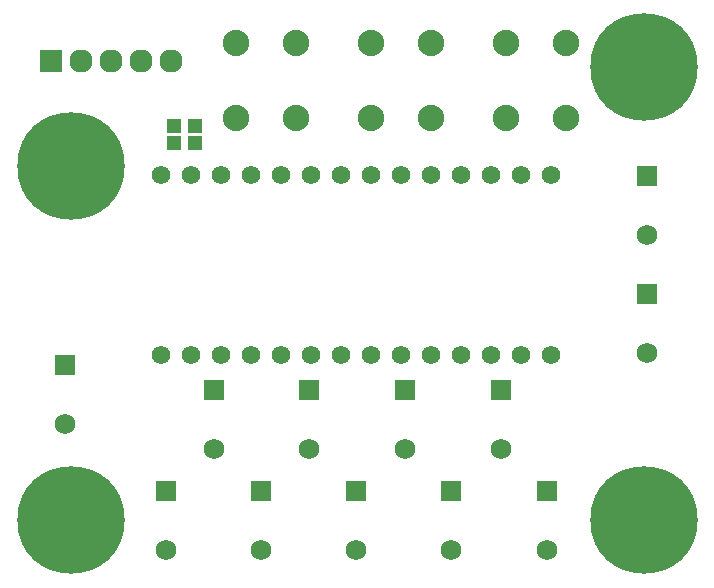
<source format=gts>
G04*
G04 #@! TF.GenerationSoftware,Altium Limited,Altium Designer,23.6.0 (18)*
G04*
G04 Layer_Color=8388736*
%FSAX24Y24*%
%MOIN*%
G70*
G04*
G04 #@! TF.SameCoordinates,E551B0BA-23AD-4420-B302-DDD5F3B2D540*
G04*
G04*
G04 #@! TF.FilePolarity,Negative*
G04*
G01*
G75*
%ADD15R,0.0454X0.0454*%
%ADD16C,0.0771*%
%ADD17R,0.0771X0.0771*%
%ADD18C,0.0880*%
%ADD19C,0.3580*%
%ADD20C,0.0690*%
%ADD21R,0.0690X0.0690*%
%ADD22C,0.0620*%
D15*
X207804Y124065D02*
D03*
X207804Y124635D02*
D03*
X207104Y124065D02*
D03*
Y124635D02*
D03*
D16*
X207004Y126800D02*
D03*
X206004D02*
D03*
X205004D02*
D03*
X204004D02*
D03*
D17*
X203004D02*
D03*
D18*
X211154Y127400D02*
D03*
X209154D02*
D03*
X215665Y124900D02*
D03*
X213665D02*
D03*
X215654Y127400D02*
D03*
X213654D02*
D03*
X211154Y124900D02*
D03*
X209154D02*
D03*
X220154Y127400D02*
D03*
X218154D02*
D03*
X220154Y124900D02*
D03*
X218154D02*
D03*
D19*
X203654Y123300D02*
D03*
X222754Y111500D02*
D03*
X203654D02*
D03*
X222754Y126600D02*
D03*
D20*
X222865Y121016D02*
D03*
Y117066D02*
D03*
X203454Y114716D02*
D03*
X219515Y110516D02*
D03*
X218004Y113866D02*
D03*
X216340Y110516D02*
D03*
X214808Y113866D02*
D03*
X213165Y110516D02*
D03*
X211612Y113866D02*
D03*
X209990Y110516D02*
D03*
X208415Y113866D02*
D03*
X206815Y110516D02*
D03*
D21*
X222865Y122984D02*
D03*
Y119034D02*
D03*
X203454Y116684D02*
D03*
X219515Y112484D02*
D03*
X218004Y115834D02*
D03*
X216340Y112484D02*
D03*
X214808Y115834D02*
D03*
X213165Y112484D02*
D03*
X211612Y115834D02*
D03*
X209990Y112484D02*
D03*
X208415Y115834D02*
D03*
X206815Y112484D02*
D03*
D22*
X206654Y117010D02*
D03*
X208654D02*
D03*
X210654D02*
D03*
X212654D02*
D03*
X207654D02*
D03*
X209654D02*
D03*
X211654D02*
D03*
X213654D02*
D03*
X219654D02*
D03*
X217654D02*
D03*
X215654D02*
D03*
X218654D02*
D03*
X216654D02*
D03*
X214654D02*
D03*
X219654Y123010D02*
D03*
X214654D02*
D03*
X216654D02*
D03*
X218654D02*
D03*
X215654D02*
D03*
X217654D02*
D03*
X213654D02*
D03*
X211654D02*
D03*
X209654D02*
D03*
X207654D02*
D03*
X212654D02*
D03*
X210654D02*
D03*
X208654D02*
D03*
X206654D02*
D03*
M02*

</source>
